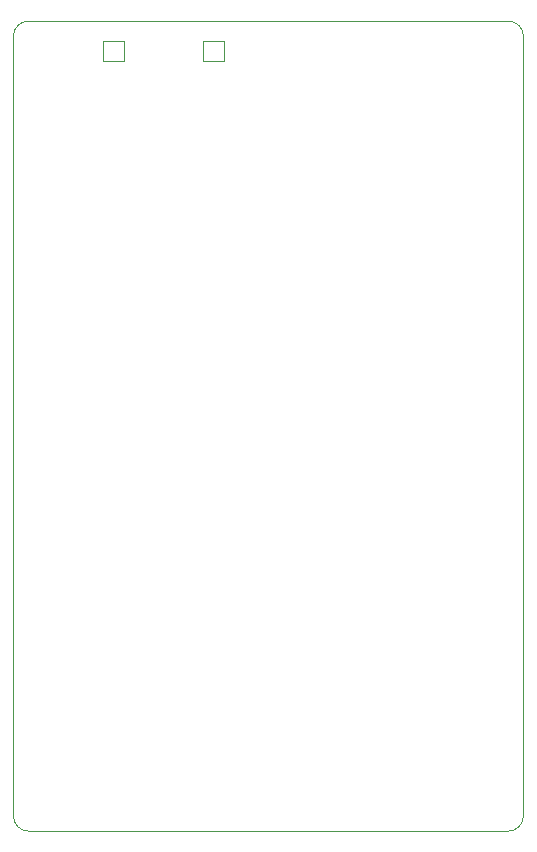
<source format=gm1>
%TF.GenerationSoftware,KiCad,Pcbnew,7.0.10*%
%TF.CreationDate,2024-10-16T21:33:48+11:00*%
%TF.ProjectId,ESP32-TestPatternGenerator,45535033-322d-4546-9573-745061747465,rev?*%
%TF.SameCoordinates,Original*%
%TF.FileFunction,Profile,NP*%
%FSLAX46Y46*%
G04 Gerber Fmt 4.6, Leading zero omitted, Abs format (unit mm)*
G04 Created by KiCad (PCBNEW 7.0.10) date 2024-10-16 21:33:48*
%MOMM*%
%LPD*%
G01*
G04 APERTURE LIST*
%TA.AperFunction,Profile*%
%ADD10C,0.100000*%
%TD*%
%TA.AperFunction,Profile*%
%ADD11C,0.010000*%
%TD*%
G04 APERTURE END LIST*
D10*
X128270000Y-139700000D02*
G75*
G03*
X129540000Y-138430000I0J1270000D01*
G01*
X86360000Y-138430000D02*
G75*
G03*
X87630000Y-139700000I1270000J0D01*
G01*
X128270000Y-139700000D02*
X87630000Y-139700000D01*
X129540000Y-72390000D02*
G75*
G03*
X128270000Y-71120000I-1270000J0D01*
G01*
X129540000Y-72390000D02*
X129540000Y-138430000D01*
X87630000Y-71120000D02*
G75*
G03*
X86360000Y-72390000I0J-1270000D01*
G01*
X86360000Y-138430000D02*
X86360000Y-72390000D01*
X87630000Y-71120000D02*
X128270000Y-71120000D01*
D11*
%TO.C,Composite Out*%
X93910000Y-74480000D02*
X95710000Y-74480000D01*
X95710000Y-74480000D02*
X95710000Y-72780000D01*
X95710000Y-72780000D02*
X93910000Y-72780000D01*
X93910000Y-72780000D02*
X93910000Y-74480000D01*
X102410000Y-74480000D02*
X104210000Y-74480000D01*
X104210000Y-74480000D02*
X104210000Y-72780000D01*
X104210000Y-72780000D02*
X102410000Y-72780000D01*
X102410000Y-72780000D02*
X102410000Y-74480000D01*
%TD*%
M02*

</source>
